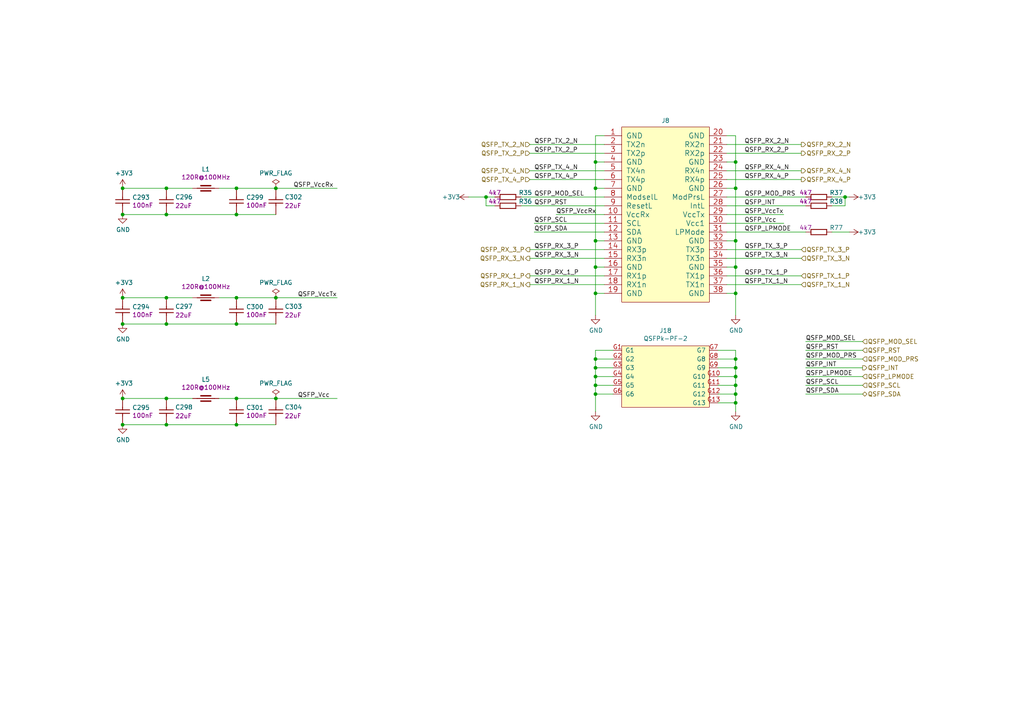
<source format=kicad_sch>
(kicad_sch (version 20211123) (generator eeschema)
  (paper "A4")
  (title_block (title "Marble") (date "2024-03-05") (rev "v1.4.2") (company "Michał Gąska / WUT"))
  (junction (at 172.72 77.47))
  (junction (at 68.58 115.57))
  (junction (at 172.72 114.3))
  (junction (at 68.58 93.98))
  (junction (at 213.36 77.47))
  (junction (at 172.72 54.61))
  (junction (at 213.36 116.84))
  (junction (at 172.72 109.22))
  (junction (at 35.56 62.23))
  (junction (at 213.36 69.85))
  (junction (at 48.26 123.19))
  (junction (at 80.01 115.57))
  (junction (at 213.36 106.68))
  (junction (at 35.56 93.98))
  (junction (at 68.58 62.23))
  (junction (at 68.58 86.36))
  (junction (at 172.72 69.85))
  (junction (at 172.72 46.99))
  (junction (at 172.72 85.09))
  (junction (at 213.36 114.3))
  (junction (at 213.36 104.14))
  (junction (at 172.72 104.14))
  (junction (at 140.97 57.15))
  (junction (at 80.01 54.61))
  (junction (at 35.56 123.19))
  (junction (at 48.26 93.98))
  (junction (at 68.58 123.19))
  (junction (at 172.72 111.76))
  (junction (at 35.56 86.36))
  (junction (at 48.26 115.57))
  (junction (at 213.36 54.61))
  (junction (at 213.36 85.09))
  (junction (at 68.58 54.61))
  (junction (at 172.72 106.68))
  (junction (at 48.26 86.36))
  (junction (at 213.36 109.22))
  (junction (at 245.11 57.15))
  (junction (at 35.56 115.57))
  (junction (at 48.26 62.23))
  (junction (at 48.26 54.61))
  (junction (at 213.36 111.76))
  (junction (at 35.56 54.61))
  (junction (at 80.01 86.36))
  (junction (at 213.36 46.99))
  (wire (pts (xy 172.72 39.37) (xy 172.72 46.99)))
  (wire (pts (xy 208.28 106.68) (xy 213.36 106.68)))
  (wire (pts (xy 250.19 101.6) (xy 233.68 101.6)))
  (wire (pts (xy 213.36 104.14) (xy 213.36 106.68)))
  (wire (pts (xy 175.26 69.85) (xy 172.72 69.85)))
  (wire (pts (xy 177.8 111.76) (xy 172.72 111.76)))
  (wire (pts (xy 250.19 114.3) (xy 233.68 114.3)))
  (wire (pts (xy 80.01 93.98) (xy 68.58 93.98)))
  (wire (pts (xy 227.33 64.77) (xy 210.82 64.77)))
  (wire (pts (xy 68.58 86.36) (xy 63.5 86.36)))
  (wire (pts (xy 153.67 52.07) (xy 175.26 52.07)))
  (wire (pts (xy 172.72 77.47) (xy 172.72 85.09)))
  (wire (pts (xy 175.26 72.39) (xy 153.67 72.39)))
  (wire (pts (xy 48.26 115.57) (xy 55.88 115.57)))
  (wire (pts (xy 68.58 62.23) (xy 48.26 62.23)))
  (wire (pts (xy 250.19 99.06) (xy 233.68 99.06)))
  (wire (pts (xy 175.26 74.93) (xy 153.67 74.93)))
  (wire (pts (xy 80.01 86.36) (xy 97.79 86.36)))
  (wire (pts (xy 140.97 57.15) (xy 143.51 57.15)))
  (wire (pts (xy 172.72 46.99) (xy 172.72 54.61)))
  (wire (pts (xy 172.72 69.85) (xy 172.72 77.47)))
  (wire (pts (xy 48.26 86.36) (xy 55.88 86.36)))
  (wire (pts (xy 175.26 85.09) (xy 172.72 85.09)))
  (wire (pts (xy 227.33 62.23) (xy 210.82 62.23)))
  (wire (pts (xy 175.26 39.37) (xy 172.72 39.37)))
  (wire (pts (xy 48.26 54.61) (xy 55.88 54.61)))
  (wire (pts (xy 232.41 72.39) (xy 210.82 72.39)))
  (wire (pts (xy 177.8 109.22) (xy 172.72 109.22)))
  (wire (pts (xy 172.72 111.76) (xy 172.72 114.3)))
  (wire (pts (xy 68.58 123.19) (xy 48.26 123.19)))
  (wire (pts (xy 68.58 115.57) (xy 63.5 115.57)))
  (wire (pts (xy 48.26 62.23) (xy 35.56 62.23)))
  (wire (pts (xy 210.82 44.45) (xy 232.41 44.45)))
  (wire (pts (xy 210.82 41.91) (xy 232.41 41.91)))
  (wire (pts (xy 210.82 57.15) (xy 233.68 57.15)))
  (wire (pts (xy 213.36 39.37) (xy 213.36 46.99)))
  (wire (pts (xy 143.51 59.69) (xy 140.97 59.69)))
  (wire (pts (xy 172.72 106.68) (xy 172.72 109.22)))
  (wire (pts (xy 80.01 115.57) (xy 97.79 115.57)))
  (wire (pts (xy 210.82 67.31) (xy 233.68 67.31)))
  (wire (pts (xy 172.72 109.22) (xy 172.72 111.76)))
  (wire (pts (xy 80.01 115.57) (xy 68.58 115.57)))
  (wire (pts (xy 250.19 104.14) (xy 233.68 104.14)))
  (wire (pts (xy 177.8 114.3) (xy 172.72 114.3)))
  (wire (pts (xy 172.72 104.14) (xy 172.72 106.68)))
  (wire (pts (xy 250.19 106.68) (xy 233.68 106.68)))
  (wire (pts (xy 153.67 44.45) (xy 175.26 44.45)))
  (wire (pts (xy 154.94 64.77) (xy 175.26 64.77)))
  (wire (pts (xy 210.82 77.47) (xy 213.36 77.47)))
  (wire (pts (xy 80.01 86.36) (xy 68.58 86.36)))
  (wire (pts (xy 135.89 57.15) (xy 140.97 57.15)))
  (wire (pts (xy 175.26 77.47) (xy 172.72 77.47)))
  (wire (pts (xy 48.26 123.19) (xy 35.56 123.19)))
  (wire (pts (xy 241.3 57.15) (xy 245.11 57.15)))
  (wire (pts (xy 175.26 54.61) (xy 172.72 54.61)))
  (wire (pts (xy 213.36 111.76) (xy 213.36 114.3)))
  (wire (pts (xy 210.82 54.61) (xy 213.36 54.61)))
  (wire (pts (xy 213.36 77.47) (xy 213.36 85.09)))
  (wire (pts (xy 154.94 67.31) (xy 175.26 67.31)))
  (wire (pts (xy 213.36 109.22) (xy 213.36 111.76)))
  (wire (pts (xy 213.36 46.99) (xy 213.36 54.61)))
  (wire (pts (xy 172.72 114.3) (xy 172.72 119.38)))
  (wire (pts (xy 80.01 54.61) (xy 68.58 54.61)))
  (wire (pts (xy 250.19 111.76) (xy 233.68 111.76)))
  (wire (pts (xy 213.36 85.09) (xy 213.36 91.44)))
  (wire (pts (xy 232.41 74.93) (xy 210.82 74.93)))
  (wire (pts (xy 68.58 93.98) (xy 48.26 93.98)))
  (wire (pts (xy 172.72 85.09) (xy 172.72 91.44)))
  (wire (pts (xy 246.38 67.31) (xy 241.3 67.31)))
  (wire (pts (xy 177.8 104.14) (xy 172.72 104.14)))
  (wire (pts (xy 213.36 114.3) (xy 213.36 116.84)))
  (wire (pts (xy 241.3 59.69) (xy 245.11 59.69)))
  (wire (pts (xy 210.82 59.69) (xy 233.68 59.69)))
  (wire (pts (xy 140.97 59.69) (xy 140.97 57.15)))
  (wire (pts (xy 208.28 116.84) (xy 213.36 116.84)))
  (wire (pts (xy 35.56 54.61) (xy 48.26 54.61)))
  (wire (pts (xy 213.36 106.68) (xy 213.36 109.22)))
  (wire (pts (xy 177.8 106.68) (xy 172.72 106.68)))
  (wire (pts (xy 175.26 80.01) (xy 153.67 80.01)))
  (wire (pts (xy 246.38 57.15) (xy 245.11 57.15)))
  (wire (pts (xy 210.82 46.99) (xy 213.36 46.99)))
  (wire (pts (xy 68.58 54.61) (xy 63.5 54.61)))
  (wire (pts (xy 175.26 82.55) (xy 153.67 82.55)))
  (wire (pts (xy 232.41 80.01) (xy 210.82 80.01)))
  (wire (pts (xy 35.56 115.57) (xy 48.26 115.57)))
  (wire (pts (xy 210.82 39.37) (xy 213.36 39.37)))
  (wire (pts (xy 250.19 109.22) (xy 233.68 109.22)))
  (wire (pts (xy 213.36 101.6) (xy 208.28 101.6)))
  (wire (pts (xy 208.28 111.76) (xy 213.36 111.76)))
  (wire (pts (xy 35.56 86.36) (xy 48.26 86.36)))
  (wire (pts (xy 210.82 49.53) (xy 232.41 49.53)))
  (wire (pts (xy 172.72 54.61) (xy 172.72 69.85)))
  (wire (pts (xy 161.29 62.23) (xy 175.26 62.23)))
  (wire (pts (xy 151.13 57.15) (xy 175.26 57.15)))
  (wire (pts (xy 210.82 52.07) (xy 232.41 52.07)))
  (wire (pts (xy 232.41 82.55) (xy 210.82 82.55)))
  (wire (pts (xy 208.28 114.3) (xy 213.36 114.3)))
  (wire (pts (xy 213.36 69.85) (xy 213.36 77.47)))
  (wire (pts (xy 172.72 101.6) (xy 172.72 104.14)))
  (wire (pts (xy 208.28 104.14) (xy 213.36 104.14)))
  (wire (pts (xy 80.01 123.19) (xy 68.58 123.19)))
  (wire (pts (xy 177.8 101.6) (xy 172.72 101.6)))
  (wire (pts (xy 245.11 59.69) (xy 245.11 57.15)))
  (wire (pts (xy 208.28 109.22) (xy 213.36 109.22)))
  (wire (pts (xy 213.36 116.84) (xy 213.36 119.38)))
  (wire (pts (xy 213.36 54.61) (xy 213.36 69.85)))
  (wire (pts (xy 153.67 49.53) (xy 175.26 49.53)))
  (wire (pts (xy 175.26 46.99) (xy 172.72 46.99)))
  (wire (pts (xy 151.13 59.69) (xy 175.26 59.69)))
  (wire (pts (xy 213.36 101.6) (xy 213.36 104.14)))
  (wire (pts (xy 210.82 85.09) (xy 213.36 85.09)))
  (wire (pts (xy 48.26 93.98) (xy 35.56 93.98)))
  (wire (pts (xy 80.01 62.23) (xy 68.58 62.23)))
  (wire (pts (xy 210.82 69.85) (xy 213.36 69.85)))
  (wire (pts (xy 80.01 54.61) (xy 97.79 54.61)))
  (wire (pts (xy 153.67 41.91) (xy 175.26 41.91)))
  (label "QSFP_RST" (at 154.94 59.69 0))
  (label "QSFP_RX_2_P" (at 215.9 44.45 0))
  (label "QSFP_TX_4_N" (at 154.94 49.53 0))
  (label "QSFP_INT" (at 215.9 59.69 0))
  (label "QSFP_RX_4_P" (at 215.9 52.07 0))
  (label "QSFP_VccTx" (at 215.9 62.23 0))
  (label "QSFP_Vcc" (at 215.9 64.77 0))
  (label "QSFP_LPMODE" (at 215.9 67.31 0))
  (label "QSFP_SCL" (at 233.68 111.76 0))
  (label "QSFP_RX_3_N" (at 154.94 74.93 0))
  (label "QSFP_SDA" (at 233.68 114.3 0))
  (label "QSFP_VccTx" (at 86.36 86.36 0))
  (label "QSFP_TX_3_P" (at 215.9 72.39 0))
  (label "QSFP_RST" (at 233.68 101.6 0))
  (label "QSFP_VccRx" (at 85.09 54.61 0))
  (label "QSFP_RX_1_N" (at 154.94 82.55 0))
  (label "QSFP_SDA" (at 154.94 67.31 0))
  (label "QSFP_MOD_PRS" (at 233.68 104.14 0))
  (label "QSFP_TX_1_P" (at 215.9 80.01 0))
  (label "QSFP_RX_1_P" (at 154.94 80.01 0))
  (label "QSFP_RX_4_N" (at 215.9 49.53 0))
  (label "QSFP_TX_1_N" (at 215.9 82.55 0))
  (label "QSFP_RX_2_N" (at 215.9 41.91 0))
  (label "QSFP_MOD_SEL" (at 154.94 57.15 0))
  (label "QSFP_RX_3_P" (at 154.94 72.39 0))
  (label "QSFP_INT" (at 233.68 106.68 0))
  (label "QSFP_LPMODE" (at 233.68 109.22 0))
  (label "QSFP_MOD_SEL" (at 233.68 99.06 0))
  (label "QSFP_TX_2_N" (at 154.94 41.91 0))
  (label "QSFP_TX_2_P" (at 154.94 44.45 0))
  (label "QSFP_TX_3_N" (at 215.9 74.93 0))
  (label "QSFP_VccRx" (at 161.29 62.23 0))
  (label "QSFP_TX_4_P" (at 154.94 52.07 0))
  (label "QSFP_Vcc" (at 86.36 115.57 0))
  (label "QSFP_SCL" (at 154.94 64.77 0))
  (label "QSFP_MOD_PRS" (at 215.9 57.15 0))
  (hierarchical_label "QSFP_TX_4_P" (shape input) (at 153.67 52.07 180))
  (hierarchical_label "QSFP_MOD_SEL" (shape input) (at 250.19 99.06 0))
  (hierarchical_label "QSFP_RX_2_N" (shape output) (at 232.41 41.91 0))
  (hierarchical_label "QSFP_RX_3_P" (shape output) (at 153.67 72.39 180))
  (hierarchical_label "QSFP_RX_3_N" (shape output) (at 153.67 74.93 180))
  (hierarchical_label "QSFP_TX_3_P" (shape input) (at 232.41 72.39 0))
  (hierarchical_label "QSFP_TX_4_N" (shape input) (at 153.67 49.53 180))
  (hierarchical_label "QSFP_MOD_PRS" (shape input) (at 250.19 104.14 0))
  (hierarchical_label "QSFP_LPMODE" (shape input) (at 250.19 109.22 0))
  (hierarchical_label "QSFP_RX_4_N" (shape output) (at 232.41 49.53 0))
  (hierarchical_label "QSFP_RX_1_N" (shape output) (at 153.67 82.55 180))
  (hierarchical_label "QSFP_TX_1_P" (shape input) (at 232.41 80.01 0))
  (hierarchical_label "QSFP_INT" (shape output) (at 250.19 106.68 0))
  (hierarchical_label "QSFP_TX_1_N" (shape input) (at 232.41 82.55 0))
  (hierarchical_label "QSFP_TX_3_N" (shape input) (at 232.41 74.93 0))
  (hierarchical_label "QSFP_RX_1_P" (shape output) (at 153.67 80.01 180))
  (hierarchical_label "QSFP_SDA" (shape bidirectional) (at 250.19 114.3 0))
  (hierarchical_label "QSFP_RST" (shape input) (at 250.19 101.6 0))
  (hierarchical_label "QSFP_TX_2_P" (shape input) (at 153.67 44.45 180))
  (hierarchical_label "QSFP_RX_2_P" (shape output) (at 232.41 44.45 0))
  (hierarchical_label "QSFP_TX_2_N" (shape input) (at 153.67 41.91 180))
  (hierarchical_label "QSFP_RX_4_P" (shape output) (at 232.41 52.07 0))
  (hierarchical_label "QSFP_SCL" (shape input) (at 250.19 111.76 0))
  (symbol (lib_name "SAMTEC_QSFP8-038-01-L-D-RA1_1") (lib_id "SAMTEC:SAMTEC_QSFP8-038-01-L-D-RA1") (at 180.34 36.83 0) (unit 1)
    (property "Reference" "J8" (at 193.04 34.9758 0))
    (property "Value" "SAMTEC_QSFP8-038-01-L-D-RA1" (effects hide))
    (property "Footprint" "SAMTEC SMD:SAMTEC_QSFP8-038-01-L-D-RA1" (effects hide))
    (property "Datasheet" " " (effects hide))
    (property "Family" "QSFP+" (effects hide))
    (property "Part Number" "SAMTEC_QSFP8-038-01-L-D-RA1" (effects hide))
    (property "Library Ref" "QSFP+x1" (effects hide))
    (property "Library Path" "SchLib\\Connectors.SchLib" (effects hide))
    (property "Comment" " " (effects hide))
    (property "Component Kind" "Standard" (effects hide))
    (property "Component Type" "Standard" (effects hide))
    (property "Device" " " (effects hide))
    (property "PackageDescription" " " (effects hide))
    (property "Pin Count" "38" (effects hide))
    (property "Case" " " (effects hide))
    (property "Footprint Path" "PcbLib\\SAMTEC SMD.PcbLib" (effects hide))
    (property "Footprint Ref" "SAMTEC_QSFP8-038-01-L-D-RA1" (effects hide))
    (property "Mounted" "Yes" (effects hide))
    (property "Socket" "No" (effects hide))
    (property "PressFit" "No" (effects hide))
    (property "Sense" "No" (effects hide))
    (property "Sense Comment" " " (effects hide))
    (property "SMD" "Yes" (effects hide))
    (property "Status Comment" " " (effects hide))
    (property "Status" "None" (effects hide))
    (property "Part Description" "Dual Row 38 positions, Pitch 0.8mm, QSFP+ Right Angle Edge Connector" (effects hide))
    (property "Manufacturer" "SAMTEC" (effects hide))
    (property "Manufacturer Part Number" "QSFP8-038-01-L-D-RA1" (effects hide))
    (property "ComponentHeight" "5.35mm" (effects hide))
    (property "ComponentLink1Description" " " (effects hide))
    (property "ComponentLink2Description" " " (effects hide))
    (property "CreateDate" "08/14/13 00:00:00" (effects hide))
    (property "LatestRevisionDate" "08/14/13 00:00:00" (effects hide))
    (property "Library Name" "Connectors.DbLib" (effects hide))
    (property "License" "This work is licensed under the Creative Commons CC-BY-SA 4.0 License. To the extent that circuit schematics that use Licensed Material can be considered to be ‘Adapted Material’, then the copyright holder waives article 3.b of the license with respect to these schematics." (effects hide))
  )
  (symbol (lib_id "power:GND") (at 35.56 62.23 0) (unit 1)
    (property "Reference" "#PWR0147" (effects hide))
    (property "Value" "GND" (at 35.687 66.6242 0))
  )
  (symbol (lib_id "power:+3V3") (at 35.56 54.61 0) (unit 1)
    (property "Reference" "#PWR0105" (effects hide))
    (property "Value" "+3V3" (at 35.941 50.2158 0))
  )
  (symbol (lib_id "Capacitors_SMD:CC0201_100NF_6.3V_10%_X5R") (at 35.56 54.61 270) (unit 1)
    (property "Reference" "C293" (at 38.354 57.2516 90) (effects (justify left)))
    (property "Value" "CC0201_100NF_6.3V_10%_X5R" (effects hide))
    (property "Footprint" "CAPC0603X33N" (effects hide))
    (property "Datasheet" "\\\\cern.ch\\dfs\\Applications\\Altium\\Datasheets\\CC0201_X5R_AVX.pdf" (effects hide))
    (property "~" "100nF" (at 38.354 59.563 90) (effects (justify left)))
    (property "Part Number" "CC0201_100NF_6.3V_10%_X5R" (effects hide))
    (property "Library Ref" "Capacitor - non polarized" (effects hide))
    (property "Library Path" "SchLib\\Capacitors.SchLib" (effects hide))
    (property "Comment" "=Value" (effects hide))
    (property "Component Kind" "Standard" (effects hide))
    (property "Component Type" "Standard" (effects hide))
    (property "Pin Count" "2" (effects hide))
    (property "Footprint Path" "PcbLib\\Capacitors SMD.PcbLib" (effects hide))
    (property "Footprint Ref" "CAPC0603X33N" (effects hide))
    (property "PackageDescription" " " (effects hide))
    (property "Val" "100nF" (effects hide))
    (property "Status" "Not Recommended" (effects hide))
    (property "Status Comment" " " (effects hide))
    (property "Voltage" "6.3V" (effects hide))
    (property "TC" "X5R" (effects hide))
    (property "Tolerance" "±10%" (effects hide))
    (property "Part Description" "SMD Multilayer Chip Ceramic Capacitor" (effects hide))
    (property "Manufacturer" "GENERIC" (effects hide))
    (property "Manufacturer Part Number" "CC0201_100NF_6.3V_10%_X5R" (effects hide))
    (property "Case" "0201" (effects hide))
    (property "Mounted" "Yes" (effects hide))
    (property "Socket" "No" (effects hide))
    (property "SMD" "Yes" (effects hide))
    (property "PressFit" " " (effects hide))
    (property "Sense" "No" (effects hide))
    (property "Sense Comment" " " (effects hide))
    (property "ComponentHeight" " " (effects hide))
    (property "Manufacturer1 Example" "AVX" (effects hide))
    (property "Manufacturer1 Part Number" "02016D104KAT2A" (effects hide))
    (property "Manufacturer1 ComponentHeight" "0.33mm" (effects hide))
    (property "CreateDate" "12/03/07 00:00:00" (effects hide))
    (property "LatestRevisionDate" "12/03/07 00:00:00" (effects hide))
    (property "Library Name" "Capacitors SMD" (effects hide))
    (property "License" "This work is licensed under the Creative Commons CC-BY-SA 4.0 License. To the extent that circuit schematics that use Licensed Material can be considered to be ‘Adapted Material’, then the copyright holder waives article 3.b of the license with respect to these schematics." (effects hide))
  )
  (symbol (lib_id "Capacitors_SMD:CC0201_100NF_6.3V_10%_X5R") (at 68.58 54.61 270) (unit 1)
    (property "Reference" "C299" (at 71.374 57.2516 90) (effects (justify left)))
    (property "Value" "CC0201_100NF_6.3V_10%_X5R" (effects hide))
    (property "Footprint" "CAPC0603X33N" (effects hide))
    (property "Datasheet" "\\\\cern.ch\\dfs\\Applications\\Altium\\Datasheets\\CC0201_X5R_AVX.pdf" (effects hide))
    (property "~" "100nF" (at 71.374 59.563 90) (effects (justify left)))
    (property "Part Number" "CC0201_100NF_6.3V_10%_X5R" (effects hide))
    (property "Library Ref" "Capacitor - non polarized" (effects hide))
    (property "Library Path" "SchLib\\Capacitors.SchLib" (effects hide))
    (property "Comment" "=Value" (effects hide))
    (property "Component Kind" "Standard" (effects hide))
    (property "Component Type" "Standard" (effects hide))
    (property "Pin Count" "2" (effects hide))
    (property "Footprint Path" "PcbLib\\Capacitors SMD.PcbLib" (effects hide))
    (property "Footprint Ref" "CAPC0603X33N" (effects hide))
    (property "PackageDescription" " " (effects hide))
    (property "Val" "100nF" (effects hide))
    (property "Status" "Not Recommended" (effects hide))
    (property "Status Comment" " " (effects hide))
    (property "Voltage" "6.3V" (effects hide))
    (property "TC" "X5R" (effects hide))
    (property "Tolerance" "±10%" (effects hide))
    (property "Part Description" "SMD Multilayer Chip Ceramic Capacitor" (effects hide))
    (property "Manufacturer" "GENERIC" (effects hide))
    (property "Manufacturer Part Number" "CC0201_100NF_6.3V_10%_X5R" (effects hide))
    (property "Case" "0201" (effects hide))
    (property "Mounted" "Yes" (effects hide))
    (property "Socket" "No" (effects hide))
    (property "SMD" "Yes" (effects hide))
    (property "PressFit" " " (effects hide))
    (property "Sense" "No" (effects hide))
    (property "Sense Comment" " " (effects hide))
    (property "ComponentHeight" " " (effects hide))
    (property "Manufacturer1 Example" "AVX" (effects hide))
    (property "Manufacturer1 Part Number" "02016D104KAT2A" (effects hide))
    (property "Manufacturer1 ComponentHeight" "0.33mm" (effects hide))
    (property "CreateDate" "12/03/07 00:00:00" (effects hide))
    (property "LatestRevisionDate" "12/03/07 00:00:00" (effects hide))
    (property "Library Name" "Capacitors SMD" (effects hide))
    (property "License" "This work is licensed under the Creative Commons CC-BY-SA 4.0 License. To the extent that circuit schematics that use Licensed Material can be considered to be ‘Adapted Material’, then the copyright holder waives article 3.b of the license with respect to these schematics." (effects hide))
  )
  (symbol (lib_id "Inductors_SMD:IND0603_MURATA_BLM18SG121TN1D") (at 55.88 54.61 0) (unit 1)
    (property "Reference" "L1" (at 59.69 49.0982 0))
    (property "Value" "IND0603_MURATA_BLM18SG121TN1D" (effects hide))
    (property "Footprint" "INDC1608X65N" (effects hide))
    (property "Datasheet" "\\\\cern.ch\\dfs\\Applications\\Altium\\Datasheets\\IND0603_MURATA_BLM18S.pdf" (effects hide))
    (property "~" "120R@100MHz" (at 59.69 51.4096 0))
    (property "Part Number" "IND0603_MURATA_BLM18SG121TN1D" (effects hide))
    (property "Library Ref" "Inductor" (effects hide))
    (property "Library Path" "SchLib\\Inductors & Transformers.SchLib" (effects hide))
    (property "Comment" "=Value" (effects hide))
    (property "Component Kind" "Standard" (effects hide))
    (property "Component Type" "Standard" (effects hide))
    (property "PackageDescription" " " (effects hide))
    (property "Pin Count" "2" (effects hide))
    (property "Footprint Path" "PcbLib\\Inductors SMD.PcbLib" (effects hide))
    (property "Footprint Ref" "INDC1608X65N" (effects hide))
    (property "Val" "120R@100MHz" (effects hide))
    (property "Status" "None" (effects hide))
    (property "Power" "3A" (effects hide))
    (property "Resistance" "0.025R" (effects hide))
    (property "Tolerance" "±25%" (effects hide))
    (property "Part Description" "SMD EMIFIL Suppression Chip Ferrite Bead" (effects hide))
    (property "Manufacturer" "MURATA" (effects hide))
    (property "Manufacturer Part Number" "BLM18SG121TN1D" (effects hide))
    (property "Case" "0603" (effects hide))
    (property "Mounted" "Yes" (effects hide))
    (property "Socket" "No" (effects hide))
    (property "SMD" "Yes" (effects hide))
    (property "Sense Comment" " " (effects hide))
    (property "Sense" "No" (effects hide))
    (property "Status Comment" " " (effects hide))
    (property "ComponentHeight" "0.65mm" (effects hide))
    (property "CreateDate" "07/23/14 00:00:00" (effects hide))
    (property "LatestRevisionDate" "07/23/14 00:00:00" (effects hide))
    (property "Library Name" "Inductors SMD" (effects hide))
    (property "License" "This work is licensed under the Creative Commons CC-BY-SA 4.0 License. To the extent that circuit schematics that use Licensed Material can be considered to be ‘Adapted Material’, then the copyright holder waives article 3.b of the license with respect to these schematics." (effects hide))
  )
  (symbol (lib_id "power:GND") (at 172.72 91.44 0) (unit 1)
    (property "Reference" "#PWR0155" (effects hide))
    (property "Value" "GND" (at 172.847 95.8342 0))
  )
  (symbol (lib_id "power:GND") (at 213.36 91.44 0) (unit 1)
    (property "Reference" "#PWR0156" (effects hide))
    (property "Value" "GND" (at 213.487 95.8342 0))
  )
  (symbol (lib_id "Resistors_SMD:R0402_4K7_1%_0.0625W_100PPM") (at 233.68 57.15 0) (unit 1)
    (property "Reference" "R37" (at 242.57 55.88 0))
    (property "Value" "R0402_4K7_1%_0.0625W_100PPM" (effects hide))
    (property "Footprint" "Resistors SMD:RESC1005X40N" (effects hide))
    (property "Datasheet" " " (effects hide))
    (property "Val" "4k7" (at 233.68 55.88 0))
    (property "Part Number" "R0402_4K7_1%_0.0625W_100PPM" (effects hide))
    (property "Library Ref" "Resistor - 1%" (effects hide))
    (property "Library Path" "SchLib\\Resistors.SchLib" (effects hide))
    (property "Comment" "4k7" (effects hide))
    (property "Component Kind" "Standard" (effects hide))
    (property "Component Type" "Standard" (effects hide))
    (property "PackageDescription" " " (effects hide))
    (property "Pin Count" "2" (effects hide))
    (property "Footprint Path" "PcbLib\\Resistors SMD.PcbLib" (effects hide))
    (property "Footprint Ref" "RESC1005X40N" (effects hide))
    (property "Status" "Not Recommended" (effects hide))
    (property "Power" "0.0625W" (effects hide))
    (property "TC" "±100ppm/°C" (effects hide))
    (property "Voltage" " " (effects hide))
    (property "Tolerance" "±1%" (effects hide))
    (property "Part Description" "General Purpose Thick Film Chip Resistor" (effects hide))
    (property "Manufacturer" "GENERIC" (effects hide))
    (property "Manufacturer Part Number" "R0402_4K7_1%_0.0625W_100PPM" (effects hide))
    (property "Case" "0402" (effects hide))
    (property "PressFit" "No" (effects hide))
    (property "Mounted" "Yes" (effects hide))
    (property "Sense Comment" " " (effects hide))
    (property "Sense" "No" (effects hide))
    (property "Status Comment" " " (effects hide))
    (property "Socket" "No" (effects hide))
    (property "SMD" "Yes" (effects hide))
    (property "ComponentHeight" " " (effects hide))
    (property "Manufacturer1 Example" "YAGEO PHYCOMP" (effects hide))
    (property "Manufacturer1 Part Number" "232270674702L" (effects hide))
    (property "Manufacturer1 ComponentHeight" "0.4mm" (effects hide))
    (property "CreateDate" "12/03/07 00:00:00" (effects hide))
    (property "LatestRevisionDate" "10/17/12 00:00:00" (effects hide))
    (property "Library Name" "Resistors SMD" (effects hide))
    (property "License" "This work is licensed under the Creative Commons CC-BY-SA 4.0 License. To the extent that circuit schematics that use Licensed Material can be considered to be ‘Adapted Material’, then the copyright holder waives article 3.b of the license with respect to these schematics." (effects hide))
  )
  (symbol (lib_id "Resistors_SMD:R0402_4K7_1%_0.0625W_100PPM") (at 233.68 59.69 0) (unit 1)
    (property "Reference" "R38" (at 242.57 58.42 0))
    (property "Value" "R0402_4K7_1%_0.0625W_100PPM" (effects hide))
    (property "Footprint" "Resistors SMD:RESC1005X40N" (effects hide))
    (property "Datasheet" " " (effects hide))
    (property "Val" "4k7" (at 233.68 58.42 0))
    (property "Part Number" "R0402_4K7_1%_0.0625W_100PPM" (effects hide))
    (property "Library Ref" "Resistor - 1%" (effects hide))
    (property "Library Path" "SchLib\\Resistors.SchLib" (effects hide))
    (property "Comment" "4k7" (effects hide))
    (property "Component Kind" "Standard" (effects hide))
    (property "Component Type" "Standard" (effects hide))
    (property "PackageDescription" " " (effects hide))
    (property "Pin Count" "2" (effects hide))
    (property "Footprint Path" "PcbLib\\Resistors SMD.PcbLib" (effects hide))
    (property "Footprint Ref" "RESC1005X40N" (effects hide))
    (property "Status" "Not Recommended" (effects hide))
    (property "Power" "0.0625W" (effects hide))
    (property "TC" "±100ppm/°C" (effects hide))
    (property "Voltage" " " (effects hide))
    (property "Tolerance" "±1%" (effects hide))
    (property "Part Description" "General Purpose Thick Film Chip Resistor" (effects hide))
    (property "Manufacturer" "GENERIC" (effects hide))
    (property "Manufacturer Part Number" "R0402_4K7_1%_0.0625W_100PPM" (effects hide))
    (property "Case" "0402" (effects hide))
    (property "PressFit" "No" (effects hide))
    (property "Mounted" "Yes" (effects hide))
    (property "Sense Comment" " " (effects hide))
    (property "Sense" "No" (effects hide))
    (property "Status Comment" " " (effects hide))
    (property "Socket" "No" (effects hide))
    (property "SMD" "Yes" (effects hide))
    (property "ComponentHeight" " " (effects hide))
    (property "Manufacturer1 Example" "YAGEO PHYCOMP" (effects hide))
    (property "Manufacturer1 Part Number" "232270674702L" (effects hide))
    (property "Manufacturer1 ComponentHeight" "0.4mm" (effects hide))
    (property "CreateDate" "12/03/07 00:00:00" (effects hide))
    (property "LatestRevisionDate" "10/17/12 00:00:00" (effects hide))
    (property "Library Name" "Resistors SMD" (effects hide))
    (property "License" "This work is licensed under the Creative Commons CC-BY-SA 4.0 License. To the extent that circuit schematics that use Licensed Material can be considered to be ‘Adapted Material’, then the copyright holder waives article 3.b of the license with respect to these schematics." (effects hide))
  )
  (symbol (lib_id "Resistors_SMD:R0402_4K7_1%_0.0625W_100PPM") (at 233.68 67.31 0) (unit 1)
    (property "Reference" "R77" (at 242.57 66.04 0))
    (property "Value" "R0402_4K7_1%_0.0625W_100PPM" (effects hide))
    (property "Footprint" "Resistors SMD:RESC1005X40N" (effects hide))
    (property "Datasheet" " " (effects hide))
    (property "Val" "4k7" (at 233.68 66.04 0))
    (property "Part Number" "R0402_4K7_1%_0.0625W_100PPM" (effects hide))
    (property "Library Ref" "Resistor - 1%" (effects hide))
    (property "Library Path" "SchLib\\Resistors.SchLib" (effects hide))
    (property "Comment" "4k7" (effects hide))
    (property "Component Kind" "Standard" (effects hide))
    (property "Component Type" "Standard" (effects hide))
    (property "PackageDescription" " " (effects hide))
    (property "Pin Count" "2" (effects hide))
    (property "Footprint Path" "PcbLib\\Resistors SMD.PcbLib" (effects hide))
    (property "Footprint Ref" "RESC1005X40N" (effects hide))
    (property "Status" "Not Recommended" (effects hide))
    (property "Power" "0.0625W" (effects hide))
    (property "TC" "±100ppm/°C" (effects hide))
    (property "Voltage" " " (effects hide))
    (property "Tolerance" "±1%" (effects hide))
    (property "Part Description" "General Purpose Thick Film Chip Resistor" (effects hide))
    (property "Manufacturer" "GENERIC" (effects hide))
    (property "Manufacturer Part Number" "R0402_4K7_1%_0.0625W_100PPM" (effects hide))
    (property "Case" "0402" (effects hide))
    (property "PressFit" "No" (effects hide))
    (property "Mounted" "Yes" (effects hide))
    (property "Sense Comment" " " (effects hide))
    (property "Sense" "No" (effects hide))
    (property "Status Comment" " " (effects hide))
    (property "Socket" "No" (effects hide))
    (property "SMD" "Yes" (effects hide))
    (property "ComponentHeight" " " (effects hide))
    (property "Manufacturer1 Example" "YAGEO PHYCOMP" (effects hide))
    (property "Manufacturer1 Part Number" "232270674702L" (effects hide))
    (property "Manufacturer1 ComponentHeight" "0.4mm" (effects hide))
    (property "CreateDate" "12/03/07 00:00:00" (effects hide))
    (property "LatestRevisionDate" "10/17/12 00:00:00" (effects hide))
    (property "Library Name" "Resistors SMD" (effects hide))
    (property "License" "This work is licensed under the Creative Commons CC-BY-SA 4.0 License. To the extent that circuit schematics that use Licensed Material can be considered to be ‘Adapted Material’, then the copyright holder waives article 3.b of the license with respect to these schematics." (effects hide))
  )
  (symbol (lib_id "Resistors_SMD:R0402_4K7_1%_0.0625W_100PPM") (at 143.51 57.15 0) (unit 1)
    (property "Reference" "R35" (at 152.4 55.88 0))
    (property "Value" "R0402_4K7_1%_0.0625W_100PPM" (effects hide))
    (property "Footprint" "Resistors SMD:RESC1005X40N" (effects hide))
    (property "Datasheet" " " (effects hide))
    (property "Val" "4k7" (at 143.51 55.88 0))
    (property "Part Number" "R0402_4K7_1%_0.0625W_100PPM" (effects hide))
    (property "Library Ref" "Resistor - 1%" (effects hide))
    (property "Library Path" "SchLib\\Resistors.SchLib" (effects hide))
    (property "Comment" "4k7" (effects hide))
    (property "Component Kind" "Standard" (effects hide))
    (property "Component Type" "Standard" (effects hide))
    (property "PackageDescription" " " (effects hide))
    (property "Pin Count" "2" (effects hide))
    (property "Footprint Path" "PcbLib\\Resistors SMD.PcbLib" (effects hide))
    (property "Footprint Ref" "RESC1005X40N" (effects hide))
    (property "Status" "Not Recommended" (effects hide))
    (property "Power" "0.0625W" (effects hide))
    (property "TC" "±100ppm/°C" (effects hide))
    (property "Voltage" " " (effects hide))
    (property "Tolerance" "±1%" (effects hide))
    (property "Part Description" "General Purpose Thick Film Chip Resistor" (effects hide))
    (property "Manufacturer" "GENERIC" (effects hide))
    (property "Manufacturer Part Number" "R0402_4K7_1%_0.0625W_100PPM" (effects hide))
    (property "Case" "0402" (effects hide))
    (property "PressFit" "No" (effects hide))
    (property "Mounted" "Yes" (effects hide))
    (property "Sense Comment" " " (effects hide))
    (property "Sense" "No" (effects hide))
    (property "Status Comment" " " (effects hide))
    (property "Socket" "No" (effects hide))
    (property "SMD" "Yes" (effects hide))
    (property "ComponentHeight" " " (effects hide))
    (property "Manufacturer1 Example" "YAGEO PHYCOMP" (effects hide))
    (property "Manufacturer1 Part Number" "232270674702L" (effects hide))
    (property "Manufacturer1 ComponentHeight" "0.4mm" (effects hide))
    (property "CreateDate" "12/03/07 00:00:00" (effects hide))
    (property "LatestRevisionDate" "10/17/12 00:00:00" (effects hide))
    (property "Library Name" "Resistors SMD" (effects hide))
    (property "License" "This work is licensed under the Creative Commons CC-BY-SA 4.0 License. To the extent that circuit schematics that use Licensed Material can be considered to be ‘Adapted Material’, then the copyright holder waives article 3.b of the license with respect to these schematics." (effects hide))
  )
  (symbol (lib_id "Resistors_SMD:R0402_4K7_1%_0.0625W_100PPM") (at 143.51 59.69 0) (unit 1)
    (property "Reference" "R36" (at 152.4 58.42 0))
    (property "Value" "R0402_4K7_1%_0.0625W_100PPM" (effects hide))
    (property "Footprint" "Resistors SMD:RESC1005X40N" (effects hide))
    (property "Datasheet" " " (effects hide))
    (property "Val" "4k7" (at 143.51 58.42 0))
    (property "Part Number" "R0402_4K7_1%_0.0625W_100PPM" (effects hide))
    (property "Library Ref" "Resistor - 1%" (effects hide))
    (property "Library Path" "SchLib\\Resistors.SchLib" (effects hide))
    (property "Comment" "4k7" (effects hide))
    (property "Component Kind" "Standard" (effects hide))
    (property "Component Type" "Standard" (effects hide))
    (property "PackageDescription" " " (effects hide))
    (property "Pin Count" "2" (effects hide))
    (property "Footprint Path" "PcbLib\\Resistors SMD.PcbLib" (effects hide))
    (property "Footprint Ref" "RESC1005X40N" (effects hide))
    (property "Status" "Not Recommended" (effects hide))
    (property "Power" "0.0625W" (effects hide))
    (property "TC" "±100ppm/°C" (effects hide))
    (property "Voltage" " " (effects hide))
    (property "Tolerance" "±1%" (effects hide))
    (property "Part Description" "General Purpose Thick Film Chip Resistor" (effects hide))
    (property "Manufacturer" "GENERIC" (effects hide))
    (property "Manufacturer Part Number" "R0402_4K7_1%_0.0625W_100PPM" (effects hide))
    (property "Case" "0402" (effects hide))
    (property "PressFit" "No" (effects hide))
    (property "Mounted" "Yes" (effects hide))
    (property "Sense Comment" " " (effects hide))
    (property "Sense" "No" (effects hide))
    (property "Status Comment" " " (effects hide))
    (property "Socket" "No" (effects hide))
    (property "SMD" "Yes" (effects hide))
    (property "ComponentHeight" " " (effects hide))
    (property "Manufacturer1 Example" "YAGEO PHYCOMP" (effects hide))
    (property "Manufacturer1 Part Number" "232270674702L" (effects hide))
    (property "Manufacturer1 ComponentHeight" "0.4mm" (effects hide))
    (property "CreateDate" "12/03/07 00:00:00" (effects hide))
    (property "LatestRevisionDate" "10/17/12 00:00:00" (effects hide))
    (property "Library Name" "Resistors SMD" (effects hide))
    (property "License" "This work is licensed under the Creative Commons CC-BY-SA 4.0 License. To the extent that circuit schematics that use Licensed Material can be considered to be ‘Adapted Material’, then the copyright holder waives article 3.b of the license with respect to these schematics." (effects hide))
  )
  (symbol (lib_id "power:+3V3") (at 135.89 57.15 90) (unit 1)
    (property "Reference" "#PWR0154" (effects hide))
    (property "Value" "+3V3" (at 130.81 57.15 90))
  )
  (symbol (lib_id "power:+3V3") (at 246.38 57.15 270) (unit 1)
    (property "Reference" "#PWR0157" (effects hide))
    (property "Value" "+3V3" (at 251.46 57.15 90))
  )
  (symbol (lib_id "power:+3V3") (at 246.38 67.31 270) (unit 1)
    (property "Reference" "#PWR0158" (effects hide))
    (property "Value" "+3V3" (at 251.46 67.31 90))
  )
  (symbol (lib_id "Capacitors_SMD:CC0603_22UF_6.3V_20%_X5R") (at 80.01 54.61 270) (unit 1)
    (property "Reference" "C302" (at 82.55 57.15 90) (effects (justify left)))
    (property "Value" "CC0603_22UF_6.3V_20%_X5R" (effects hide))
    (property "Footprint" "CAPC1709X100N" (effects hide))
    (property "Datasheet" "\\\\cern.ch\\dfs\\Applications\\Altium\\Datasheets\\CC0603_X5R_TDK_C.pdf" (effects hide))
    (property "~" "22uF" (at 82.55 59.69 90) (effects (justify left)))
    (property "Part Number" "CC0603_22UF_6.3V_20%_X5R" (effects hide))
    (property "Library Ref" "Capacitor - non polarized" (effects hide))
    (property "Library Path" "SchLib\\Capacitors.SchLib" (effects hide))
    (property "Comment" "=Value" (effects hide))
    (property "Component Kind" "Standard" (effects hide))
    (property "Component Type" "Standard" (effects hide))
    (property "Pin Count" "2" (effects hide))
    (property "Footprint Path" "PcbLib\\Capacitors SMD.PcbLib" (effects hide))
    (property "Footprint Ref" "CAPC1709X100N" (effects hide))
    (property "PackageDescription" " " (effects hide))
    (property "Val" "22uF" (effects hide))
    (property "Status" "None" (effects hide))
    (property "Status Comment" " " (effects hide))
    (property "Voltage" "6.3V" (effects hide))
    (property "TC" "X5R" (effects hide))
    (property "Tolerance" "±20%" (effects hide))
    (property "Part Description" "SMD Multilayer Chip Ceramic Capacitor" (effects hide))
    (property "Manufacturer" "GENERIC" (effects hide))
    (property "Manufacturer Part Number" "CC0603_22UF_6.3V_20%_X5R" (effects hide))
    (property "Case" "0603" (effects hide))
    (property "Mounted" "Yes" (effects hide))
    (property "Socket" "No" (effects hide))
    (property "SMD" "Yes" (effects hide))
    (property "PressFit" " " (effects hide))
    (property "Sense" "No" (effects hide))
    (property "Sense Comment" " " (effects hide))
    (property "ComponentHeight" " " (effects hide))
    (property "Manufacturer1 Example" "TDK" (effects hide))
    (property "Manufacturer1 Part Number" "C1608X5R0J226M080AC" (effects hide))
    (property "Manufacturer1 ComponentHeight" "1mm" (effects hide))
    (property "CreateDate" "12/16/13 00:00:00" (effects hide))
    (property "LatestRevisionDate" "09/13/16 00:00:00" (effects hide))
    (property "Library Name" "Capacitors SMD" (effects hide))
    (property "License" "This work is licensed under the Creative Commons CC-BY-SA 4.0 License. To the extent that circuit schematics that use Licensed Material can be considered to be ‘Adapted Material’, then the copyright holder waives article 3.b of the license with respect to these schematics." (effects hide))
  )
  (symbol (lib_id "Capacitors_SMD:CC0603_22UF_6.3V_20%_X5R") (at 48.26 54.61 270) (unit 1)
    (property "Reference" "C296" (at 50.8 57.15 90) (effects (justify left)))
    (property "Value" "CC0603_22UF_6.3V_20%_X5R" (effects hide))
    (property "Footprint" "CAPC1709X100N" (effects hide))
    (property "Datasheet" "\\\\cern.ch\\dfs\\Applications\\Altium\\Datasheets\\CC0603_X5R_TDK_C.pdf" (effects hide))
    (property "~" "22uF" (at 50.8 59.69 90) (effects (justify left)))
    (property "Part Number" "CC0603_22UF_6.3V_20%_X5R" (effects hide))
    (property "Library Ref" "Capacitor - non polarized" (effects hide))
    (property "Library Path" "SchLib\\Capacitors.SchLib" (effects hide))
    (property "Comment" "=Value" (effects hide))
    (property "Component Kind" "Standard" (effects hide))
    (property "Component Type" "Standard" (effects hide))
    (property "Pin Count" "2" (effects hide))
    (property "Footprint Path" "PcbLib\\Capacitors SMD.PcbLib" (effects hide))
    (property "Footprint Ref" "CAPC1709X100N" (effects hide))
    (property "PackageDescription" " " (effects hide))
    (property "Val" "22uF" (effects hide))
    (property "Status" "None" (effects hide))
    (property "Status Comment" " " (effects hide))
    (property "Voltage" "6.3V" (effects hide))
    (property "TC" "X5R" (effects hide))
    (property "Tolerance" "±20%" (effects hide))
    (property "Part Description" "SMD Multilayer Chip Ceramic Capacitor" (effects hide))
    (property "Manufacturer" "GENERIC" (effects hide))
    (property "Manufacturer Part Number" "CC0603_22UF_6.3V_20%_X5R" (effects hide))
    (property "Case" "0603" (effects hide))
    (property "Mounted" "Yes" (effects hide))
    (property "Socket" "No" (effects hide))
    (property "SMD" "Yes" (effects hide))
    (property "PressFit" " " (effects hide))
    (property "Sense" "No" (effects hide))
    (property "Sense Comment" " " (effects hide))
    (property "ComponentHeight" " " (effects hide))
    (property "Manufacturer1 Example" "TDK" (effects hide))
    (property "Manufacturer1 Part Number" "C1608X5R0J226M080AC" (effects hide))
    (property "Manufacturer1 ComponentHeight" "1mm" (effects hide))
    (property "CreateDate" "12/16/13 00:00:00" (effects hide))
    (property "LatestRevisionDate" "09/13/16 00:00:00" (effects hide))
    (property "Library Name" "Capacitors SMD" (effects hide))
    (property "License" "This work is licensed under the Creative Commons CC-BY-SA 4.0 License. To the extent that circuit schematics that use Licensed Material can be considered to be ‘Adapted Material’, then the copyright holder waives article 3.b of the license with respect to these schematics." (effects hide))
  )
  (symbol (lib_id "power:PWR_FLAG") (at 80.01 54.61 0) (unit 1)
    (property "Reference" "#FLG04" (effects hide))
    (property "Value" "PWR_FLAG" (at 80.01 50.2158 0))
    (property "Datasheet" " " (effects hide))
  )
  (symbol (lib_id "power:GND") (at 35.56 93.98 0) (unit 1)
    (property "Reference" "#PWR0150" (effects hide))
    (property "Value" "GND" (at 35.687 98.3742 0))
  )
  (symbol (lib_id "power:+3V3") (at 35.56 86.36 0) (unit 1)
    (property "Reference" "#PWR0148" (effects hide))
    (property "Value" "+3V3" (at 35.941 81.9658 0))
  )
  (symbol (lib_id "Capacitors_SMD:CC0201_100NF_6.3V_10%_X5R") (at 35.56 86.36 270) (unit 1)
    (property "Reference" "C294" (at 38.354 89.0016 90) (effects (justify left)))
    (property "Value" "CC0201_100NF_6.3V_10%_X5R" (effects hide))
    (property "Footprint" "CAPC0603X33N" (effects hide))
    (property "Datasheet" "\\\\cern.ch\\dfs\\Applications\\Altium\\Datasheets\\CC0201_X5R_AVX.pdf" (effects hide))
    (property "~" "100nF" (at 38.354 91.313 90) (effects (justify left)))
    (property "Part Number" "CC0201_100NF_6.3V_10%_X5R" (effects hide))
    (property "Library Ref" "Capacitor - non polarized" (effects hide))
    (property "Library Path" "SchLib\\Capacitors.SchLib" (effects hide))
    (property "Comment" "=Value" (effects hide))
    (property "Component Kind" "Standard" (effects hide))
    (property "Component Type" "Standard" (effects hide))
    (property "Pin Count" "2" (effects hide))
    (property "Footprint Path" "PcbLib\\Capacitors SMD.PcbLib" (effects hide))
    (property "Footprint Ref" "CAPC0603X33N" (effects hide))
    (property "PackageDescription" " " (effects hide))
    (property "Val" "100nF" (effects hide))
    (property "Status" "Not Recommended" (effects hide))
    (property "Status Comment" " " (effects hide))
    (property "Voltage" "6.3V" (effects hide))
    (property "TC" "X5R" (effects hide))
    (property "Tolerance" "±10%" (effects hide))
    (property "Part Description" "SMD Multilayer Chip Ceramic Capacitor" (effects hide))
    (property "Manufacturer" "GENERIC" (effects hide))
    (property "Manufacturer Part Number" "CC0201_100NF_6.3V_10%_X5R" (effects hide))
    (property "Case" "0201" (effects hide))
    (property "Mounted" "Yes" (effects hide))
    (property "Socket" "No" (effects hide))
    (property "SMD" "Yes" (effects hide))
    (property "PressFit" " " (effects hide))
    (property "Sense" "No" (effects hide))
    (property "Sense Comment" " " (effects hide))
    (property "ComponentHeight" " " (effects hide))
    (property "Manufacturer1 Example" "AVX" (effects hide))
    (property "Manufacturer1 Part Number" "02016D104KAT2A" (effects hide))
    (property "Manufacturer1 ComponentHeight" "0.33mm" (effects hide))
    (property "CreateDate" "12/03/07 00:00:00" (effects hide))
    (property "LatestRevisionDate" "12/03/07 00:00:00" (effects hide))
    (property "Library Name" "Capacitors SMD" (effects hide))
    (property "License" "This work is licensed under the Creative Commons CC-BY-SA 4.0 License. To the extent that circuit schematics that use Licensed Material can be considered to be ‘Adapted Material’, then the copyright holder waives article 3.b of the license with respect to these schematics." (effects hide))
  )
  (symbol (lib_id "Capacitors_SMD:CC0201_100NF_6.3V_10%_X5R") (at 68.58 86.36 270) (unit 1)
    (property "Reference" "C300" (at 71.374 89.0016 90) (effects (justify left)))
    (property "Value" "CC0201_100NF_6.3V_10%_X5R" (effects hide))
    (property "Footprint" "CAPC0603X33N" (effects hide))
    (property "Datasheet" "\\\\cern.ch\\dfs\\Applications\\Altium\\Datasheets\\CC0201_X5R_AVX.pdf" (effects hide))
    (property "~" "100nF" (at 71.374 91.313 90) (effects (justify left)))
    (property "Part Number" "CC0201_100NF_6.3V_10%_X5R" (effects hide))
    (property "Library Ref" "Capacitor - non polarized" (effects hide))
    (property "Library Path" "SchLib\\Capacitors.SchLib" (effects hide))
    (property "Comment" "=Value" (effects hide))
    (property "Component Kind" "Standard" (effects hide))
    (property "Component Type" "Standard" (effects hide))
    (property "Pin Count" "2" (effects hide))
    (property "Footprint Path" "PcbLib\\Capacitors SMD.PcbLib" (effects hide))
    (property "Footprint Ref" "CAPC0603X33N" (effects hide))
    (property "PackageDescription" " " (effects hide))
    (property "Val" "100nF" (effects hide))
    (property "Status" "Not Recommended" (effects hide))
    (property "Status Comment" " " (effects hide))
    (property "Voltage" "6.3V" (effects hide))
    (property "TC" "X5R" (effects hide))
    (property "Tolerance" "±10%" (effects hide))
    (property "Part Description" "SMD Multilayer Chip Ceramic Capacitor" (effects hide))
    (property "Manufacturer" "GENERIC" (effects hide))
    (property "Manufacturer Part Number" "CC0201_100NF_6.3V_10%_X5R" (effects hide))
    (property "Case" "0201" (effects hide))
    (property "Mounted" "Yes" (effects hide))
    (property "Socket" "No" (effects hide))
    (property "SMD" "Yes" (effects hide))
    (property "PressFit" " " (effects hide))
    (property "Sense" "No" (effects hide))
    (property "Sense Comment" " " (effects hide))
    (property "ComponentHeight" " " (effects hide))
    (property "Manufacturer1 Example" "AVX" (effects hide))
    (property "Manufacturer1 Part Number" "02016D104KAT2A" (effects hide))
    (property "Manufacturer1 ComponentHeight" "0.33mm" (effects hide))
    (property "CreateDate" "12/03/07 00:00:00" (effects hide))
    (property "LatestRevisionDate" "12/03/07 00:00:00" (effects hide))
    (property "Library Name" "Capacitors SMD" (effects hide))
    (property "License" "This work is licensed under the Creative Commons CC-BY-SA 4.0 License. To the extent that circuit schematics that use Licensed Material can be considered to be ‘Adapted Material’, then the copyright holder waives article 3.b of the license with respect to these schematics." (effects hide))
  )
  (symbol (lib_id "Inductors_SMD:IND0603_MURATA_BLM18SG121TN1D") (at 55.88 86.36 0) (unit 1)
    (property "Reference" "L2" (at 59.69 80.8482 0))
    (property "Value" "IND0603_MURATA_BLM18SG121TN1D" (effects hide))
    (property "Footprint" "INDC1608X65N" (effects hide))
    (property "Datasheet" "\\\\cern.ch\\dfs\\Applications\\Altium\\Datasheets\\IND0603_MURATA_BLM18S.pdf" (effects hide))
    (property "~" "120R@100MHz" (at 59.69 83.1596 0))
    (property "Part Number" "IND0603_MURATA_BLM18SG121TN1D" (effects hide))
    (property "Library Ref" "Inductor" (effects hide))
    (property "Library Path" "SchLib\\Inductors & Transformers.SchLib" (effects hide))
    (property "Comment" "=Value" (effects hide))
    (property "Component Kind" "Standard" (effects hide))
    (property "Component Type" "Standard" (effects hide))
    (property "PackageDescription" " " (effects hide))
    (property "Pin Count" "2" (effects hide))
    (property "Footprint Path" "PcbLib\\Inductors SMD.PcbLib" (effects hide))
    (property "Footprint Ref" "INDC1608X65N" (effects hide))
    (property "Val" "120R@100MHz" (effects hide))
    (property "Status" "None" (effects hide))
    (property "Power" "3A" (effects hide))
    (property "Resistance" "0.025R" (effects hide))
    (property "Tolerance" "±25%" (effects hide))
    (property "Part Description" "SMD EMIFIL Suppression Chip Ferrite Bead" (effects hide))
    (property "Manufacturer" "MURATA" (effects hide))
    (property "Manufacturer Part Number" "BLM18SG121TN1D" (effects hide))
    (property "Case" "0603" (effects hide))
    (property "Mounted" "Yes" (effects hide))
    (property "Socket" "No" (effects hide))
    (property "SMD" "Yes" (effects hide))
    (property "Sense Comment" " " (effects hide))
    (property "Sense" "No" (effects hide))
    (property "Status Comment" " " (effects hide))
    (property "ComponentHeight" "0.65mm" (effects hide))
    (property "CreateDate" "07/23/14 00:00:00" (effects hide))
    (property "LatestRevisionDate" "07/23/14 00:00:00" (effects hide))
    (property "Library Name" "Inductors SMD" (effects hide))
    (property "License" "This work is licensed under the Creative Commons CC-BY-SA 4.0 License. To the extent that circuit schematics that use Licensed Material can be considered to be ‘Adapted Material’, then the copyright holder waives article 3.b of the license with respect to these schematics." (effects hide))
  )
  (symbol (lib_id "Capacitors_SMD:CC0603_22UF_6.3V_20%_X5R") (at 80.01 86.36 270) (unit 1)
    (property "Reference" "C303" (at 82.55 88.9 90) (effects (justify left)))
    (property "Value" "CC0603_22UF_6.3V_20%_X5R" (effects hide))
    (property "Footprint" "CAPC1709X100N" (effects hide))
    (property "Datasheet" "\\\\cern.ch\\dfs\\Applications\\Altium\\Datasheets\\CC0603_X5R_TDK_C.pdf" (effects hide))
    (property "~" "22uF" (at 82.55 91.44 90) (effects (justify left)))
    (property "Part Number" "CC0603_22UF_6.3V_20%_X5R" (effects hide))
    (property "Library Ref" "Capacitor - non polarized" (effects hide))
    (property "Library Path" "SchLib\\Capacitors.SchLib" (effects hide))
    (property "Comment" "=Value" (effects hide))
    (property "Component Kind" "Standard" (effects hide))
    (property "Component Type" "Standard" (effects hide))
    (property "Pin Count" "2" (effects hide))
    (property "Footprint Path" "PcbLib\\Capacitors SMD.PcbLib" (effects hide))
    (property "Footprint Ref" "CAPC1709X100N" (effects hide))
    (property "PackageDescription" " " (effects hide))
    (property "Val" "22uF" (effects hide))
    (property "Status" "None" (effects hide))
    (property "Status Comment" " " (effects hide))
    (property "Voltage" "6.3V" (effects hide))
    (property "TC" "X5R" (effects hide))
    (property "Tolerance" "±20%" (effects hide))
    (property "Part Description" "SMD Multilayer Chip Ceramic Capacitor" (effects hide))
    (property "Manufacturer" "GENERIC" (effects hide))
    (property "Manufacturer Part Number" "CC0603_22UF_6.3V_20%_X5R" (effects hide))
    (property "Case" "0603" (effects hide))
    (property "Mounted" "Yes" (effects hide))
    (property "Socket" "No" (effects hide))
    (property "SMD" "Yes" (effects hide))
    (property "PressFit" " " (effects hide))
    (property "Sense" "No" (effects hide))
    (property "Sense Comment" " " (effects hide))
    (property "ComponentHeight" " " (effects hide))
    (property "Manufacturer1 Example" "TDK" (effects hide))
    (property "Manufacturer1 Part Number" "C1608X5R0J226M080AC" (effects hide))
    (property "Manufacturer1 ComponentHeight" "1mm" (effects hide))
    (property "CreateDate" "12/16/13 00:00:00" (effects hide))
    (property "LatestRevisionDate" "09/13/16 00:00:00" (effects hide))
    (property "Library Name" "Capacitors SMD" (effects hide))
    (property "License" "This work is licensed under the Creative Commons CC-BY-SA 4.0 License. To the extent that circuit schematics that use Licensed Material can be considered to be ‘Adapted Material’, then the copyright holder waives article 3.b of the license with respect to these schematics." (effects hide))
  )
  (symbol (lib_id "Capacitors_SMD:CC0603_22UF_6.3V_20%_X5R") (at 48.26 86.36 270) (unit 1)
    (property "Reference" "C297" (at 50.8 88.9 90) (effects (justify left)))
    (property "Value" "CC0603_22UF_6.3V_20%_X5R" (effects hide))
    (property "Footprint" "CAPC1709X100N" (effects hide))
    (property "Datasheet" "\\\\cern.ch\\dfs\\Applications\\Altium\\Datasheets\\CC0603_X5R_TDK_C.pdf" (effects hide))
    (property "~" "22uF" (at 50.8 91.44 90) (effects (justify left)))
    (property "Part Number" "CC0603_22UF_6.3V_20%_X5R" (effects hide))
    (property "Library Ref" "Capacitor - non polarized" (effects hide))
    (property "Library Path" "SchLib\\Capacitors.SchLib" (effects hide))
    (property "Comment" "=Value" (effects hide))
    (property "Component Kind" "Standard" (effects hide))
    (property "Component Type" "Standard" (effects hide))
    (property "Pin Count" "2" (effects hide))
    (property "Footprint Path" "PcbLib\\Capacitors SMD.PcbLib" (effects hide))
    (property "Footprint Ref" "CAPC1709X100N" (effects hide))
    (property "PackageDescription" " " (effects hide))
    (property "Val" "22uF" (effects hide))
    (property "Status" "None" (effects hide))
    (property "Status Comment" " " (effects hide))
    (property "Voltage" "6.3V" (effects hide))
    (property "TC" "X5R" (effects hide))
    (property "Tolerance" "±20%" (effects hide))
    (property "Part Description" "SMD Multilayer Chip Ceramic Capacitor" (effects hide))
    (property "Manufacturer" "GENERIC" (effects hide))
    (property "Manufacturer Part Number" "CC0603_22UF_6.3V_20%_X5R" (effects hide))
    (property "Case" "0603" (effects hide))
    (property "Mounted" "Yes" (effects hide))
    (property "Socket" "No" (effects hide))
    (property "SMD" "Yes" (effects hide))
    (property "PressFit" " " (effects hide))
    (property "Sense" "No" (effects hide))
    (property "Sense Comment" " " (effects hide))
    (property "ComponentHeight" " " (effects hide))
    (property "Manufacturer1 Example" "TDK" (effects hide))
    (property "Manufacturer1 Part Number" "C1608X5R0J226M080AC" (effects hide))
    (property "Manufacturer1 ComponentHeight" "1mm" (effects hide))
    (property "CreateDate" "12/16/13 00:00:00" (effects hide))
    (property "LatestRevisionDate" "09/13/16 00:00:00" (effects hide))
    (property "Library Name" "Capacitors SMD" (effects hide))
    (property "License" "This work is licensed under the Creative Commons CC-BY-SA 4.0 License. To the extent that circuit schematics that use Licensed Material can be considered to be ‘Adapted Material’, then the copyright holder waives article 3.b of the license with respect to these schematics." (effects hide))
  )
  (symbol (lib_id "power:PWR_FLAG") (at 80.01 86.36 0) (unit 1)
    (property "Reference" "#FLG05" (effects hide))
    (property "Value" "PWR_FLAG" (at 80.01 81.9658 0))
    (property "Datasheet" " " (effects hide))
  )
  (symbol (lib_id "power:GND") (at 35.56 123.19 0) (unit 1)
    (property "Reference" "#PWR0152" (effects hide))
    (property "Value" "GND" (at 35.687 127.5842 0))
  )
  (symbol (lib_id "power:+3V3") (at 35.56 115.57 0) (unit 1)
    (property "Reference" "#PWR0151" (effects hide))
    (property "Value" "+3V3" (at 35.941 111.1758 0))
  )
  (symbol (lib_id "Capacitors_SMD:CC0201_100NF_6.3V_10%_X5R") (at 35.56 115.57 270) (unit 1)
    (property "Reference" "C295" (at 38.354 118.2116 90) (effects (justify left)))
    (property "Value" "CC0201_100NF_6.3V_10%_X5R" (effects hide))
    (property "Footprint" "CAPC0603X33N" (effects hide))
    (property "Datasheet" "\\\\cern.ch\\dfs\\Applications\\Altium\\Datasheets\\CC0201_X5R_AVX.pdf" (effects hide))
    (property "~" "100nF" (at 38.354 120.523 90) (effects (justify left)))
    (property "Part Number" "CC0201_100NF_6.3V_10%_X5R" (effects hide))
    (property "Library Ref" "Capacitor - non polarized" (effects hide))
    (property "Library Path" "SchLib\\Capacitors.SchLib" (effects hide))
    (property "Comment" "=Value" (effects hide))
    (property "Component Kind" "Standard" (effects hide))
    (property "Component Type" "Standard" (effects hide))
    (property "Pin Count" "2" (effects hide))
    (property "Footprint Path" "PcbLib\\Capacitors SMD.PcbLib" (effects hide))
    (property "Footprint Ref" "CAPC0603X33N" (effects hide))
    (property "PackageDescription" " " (effects hide))
    (property "Val" "100nF" (effects hide))
    (property "Status" "Not Recommended" (effects hide))
    (property "Status Comment" " " (effects hide))
    (property "Voltage" "6.3V" (effects hide))
    (property "TC" "X5R" (effects hide))
    (property "Tolerance" "±10%" (effects hide))
    (property "Part Description" "SMD Multilayer Chip Ceramic Capacitor" (effects hide))
    (property "Manufacturer" "GENERIC" (effects hide))
    (property "Manufacturer Part Number" "CC0201_100NF_6.3V_10%_X5R" (effects hide))
    (property "Case" "0201" (effects hide))
    (property "Mounted" "Yes" (effects hide))
    (property "Socket" "No" (effects hide))
    (property "SMD" "Yes" (effects hide))
    (property "PressFit" " " (effects hide))
    (property "Sense" "No" (effects hide))
    (property "Sense Comment" " " (effects hide))
    (property "ComponentHeight" " " (effects hide))
    (property "Manufacturer1 Example" "AVX" (effects hide))
    (property "Manufacturer1 Part Number" "02016D104KAT2A" (effects hide))
    (property "Manufacturer1 ComponentHeight" "0.33mm" (effects hide))
    (property "CreateDate" "12/03/07 00:00:00" (effects hide))
    (property "LatestRevisionDate" "12/03/07 00:00:00" (effects hide))
    (property "Library Name" "Capacitors SMD" (effects hide))
    (property "License" "This work is licensed under the Creative Commons CC-BY-SA 4.0 License. To the extent that circuit schematics that use Licensed Material can be considered to be ‘Adapted Material’, then the copyright holder waives article 3.b of the license with respect to these schematics." (effects hide))
  )
  (symbol (lib_id "Capacitors_SMD:CC0201_100NF_6.3V_10%_X5R") (at 68.58 115.57 270) (unit 1)
    (property "Reference" "C301" (at 71.374 118.2116 90) (effects (justify left)))
    (property "Value" "CC0201_100NF_6.3V_10%_X5R" (effects hide))
    (property "Footprint" "CAPC0603X33N" (effects hide))
    (property "Datasheet" "\\\\cern.ch\\dfs\\Applications\\Altium\\Datasheets\\CC0201_X5R_AVX.pdf" (effects hide))
    (property "~" "100nF" (at 71.374 120.523 90) (effects (justify left)))
    (property "Part Number" "CC0201_100NF_6.3V_10%_X5R" (effects hide))
    (property "Library Ref" "Capacitor - non polarized" (effects hide))
    (property "Library Path" "SchLib\\Capacitors.SchLib" (effects hide))
    (property "Comment" "=Value" (effects hide))
    (property "Component Kind" "Standard" (effects hide))
    (property "Component Type" "Standard" (effects hide))
    (property "Pin Count" "2" (effects hide))
    (property "Footprint Path" "PcbLib\\Capacitors SMD.PcbLib" (effects hide))
    (property "Footprint Ref" "CAPC0603X33N" (effects hide))
    (property "PackageDescription" " " (effects hide))
    (property "Val" "100nF" (effects hide))
    (property "Status" "Not Recommended" (effects hide))
    (property "Status Comment" " " (effects hide))
    (property "Voltage" "6.3V" (effects hide))
    (property "TC" "X5R" (effects hide))
    (property "Tolerance" "±10%" (effects hide))
    (property "Part Description" "SMD Multilayer Chip Ceramic Capacitor" (effects hide))
    (property "Manufacturer" "GENERIC" (effects hide))
    (property "Manufacturer Part Number" "CC0201_100NF_6.3V_10%_X5R" (effects hide))
    (property "Case" "0201" (effects hide))
    (property "Mounted" "Yes" (effects hide))
    (property "Socket" "No" (effects hide))
    (property "SMD" "Yes" (effects hide))
    (property "PressFit" " " (effects hide))
    (property "Sense" "No" (effects hide))
    (property "Sense Comment" " " (effects hide))
    (property "ComponentHeight" " " (effects hide))
    (property "Manufacturer1 Example" "AVX" (effects hide))
    (property "Manufacturer1 Part Number" "02016D104KAT2A" (effects hide))
    (property "Manufacturer1 ComponentHeight" "0.33mm" (effects hide))
    (property "CreateDate" "12/03/07 00:00:00" (effects hide))
    (property "LatestRevisionDate" "12/03/07 00:00:00" (effects hide))
    (property "Library Name" "Capacitors SMD" (effects hide))
    (property "License" "This work is licensed under the Creative Commons CC-BY-SA 4.0 License. To the extent that circuit schematics that use Licensed Material can be considered to be ‘Adapted Material’, then the copyright holder waives article 3.b of the license with respect to these schematics." (effects hide))
  )
  (symbol (lib_id "Inductors_SMD:IND0603_MURATA_BLM18SG121TN1D") (at 55.88 115.57 0) (unit 1)
    (property "Reference" "L5" (at 59.69 110.0582 0))
    (property "Value" "IND0603_MURATA_BLM18SG121TN1D" (effects hide))
    (property "Footprint" "INDC1608X65N" (effects hide))
    (property "Datasheet" "\\\\cern.ch\\dfs\\Applications\\Altium\\Datasheets\\IND0603_MURATA_BLM18S.pdf" (effects hide))
    (property "~" "120R@100MHz" (at 59.69 112.3696 0))
    (property "Part Number" "IND0603_MURATA_BLM18SG121TN1D" (effects hide))
    (property "Library Ref" "Inductor" (effects hide))
    (property "Library Path" "SchLib\\Inductors & Transformers.SchLib" (effects hide))
    (property "Comment" "=Value" (effects hide))
    (property "Component Kind" "Standard" (effects hide))
    (property "Component Type" "Standard" (effects hide))
    (property "PackageDescription" " " (effects hide))
    (property "Pin Count" "2" (effects hide))
    (property "Footprint Path" "PcbLib\\Inductors SMD.PcbLib" (effects hide))
    (property "Footprint Ref" "INDC1608X65N" (effects hide))
    (property "Val" "120R@100MHz" (effects hide))
    (property "Status" "None" (effects hide))
    (property "Power" "3A" (effects hide))
    (property "Resistance" "0.025R" (effects hide))
    (property "Tolerance" "±25%" (effects hide))
    (property "Part Description" "SMD EMIFIL Suppression Chip Ferrite Bead" (effects hide))
    (property "Manufacturer" "MURATA" (effects hide))
    (property "Manufacturer Part Number" "BLM18SG121TN1D" (effects hide))
    (property "Case" "0603" (effects hide))
    (property "Mounted" "Yes" (effects hide))
    (property "Socket" "No" (effects hide))
    (property "SMD" "Yes" (effects hide))
    (property "Sense Comment" " " (effects hide))
    (property "Sense" "No" (effects hide))
    (property "Status Comment" " " (effects hide))
    (property "ComponentHeight" "0.65mm" (effects hide))
    (property "CreateDate" "07/23/14 00:00:00" (effects hide))
    (property "LatestRevisionDate" "07/23/14 00:00:00" (effects hide))
    (property "Library Name" "Inductors SMD" (effects hide))
    (property "License" "This work is licensed under the Creative Commons CC-BY-SA 4.0 License. To the extent that circuit schematics that use Licensed Material can be considered to be ‘Adapted Material’, then the copyright holder waives article 3.b of the license with respect to these schematics." (effects hide))
  )
  (symbol (lib_id "Capacitors_SMD:CC0603_22UF_6.3V_20%_X5R") (at 80.01 115.57 270) (unit 1)
    (property "Reference" "C304" (at 82.55 118.11 90) (effects (justify left)))
    (property "Value" "CC0603_22UF_6.3V_20%_X5R" (effects hide))
    (property "Footprint" "CAPC1709X100N" (effects hide))
    (property "Datasheet" "\\\\cern.ch\\dfs\\Applications\\Altium\\Datasheets\\CC0603_X5R_TDK_C.pdf" (effects hide))
    (property "~" "22uF" (at 82.55 120.65 90) (effects (justify left)))
    (property "Part Number" "CC0603_22UF_6.3V_20%_X5R" (effects hide))
    (property "Library Ref" "Capacitor - non polarized" (effects hide))
    (property "Library Path" "SchLib\\Capacitors.SchLib" (effects hide))
    (property "Comment" "=Value" (effects hide))
    (property "Component Kind" "Standard" (effects hide))
    (property "Component Type" "Standard" (effects hide))
    (property "Pin Count" "2" (effects hide))
    (property "Footprint Path" "PcbLib\\Capacitors SMD.PcbLib" (effects hide))
    (property "Footprint Ref" "CAPC1709X100N" (effects hide))
    (property "PackageDescription" " " (effects hide))
    (property "Val" "22uF" (effects hide))
    (property "Status" "None" (effects hide))
    (property "Status Comment" " " (effects hide))
    (property "Voltage" "6.3V" (effects hide))
    (property "TC" "X5R" (effects hide))
    (property "Tolerance" "±20%" (effects hide))
    (property "Part Description" "SMD Multilayer Chip Ceramic Capacitor" (effects hide))
    (property "Manufacturer" "GENERIC" (effects hide))
    (property "Manufacturer Part Number" "CC0603_22UF_6.3V_20%_X5R" (effects hide))
    (property "Case" "0603" (effects hide))
    (property "Mounted" "Yes" (effects hide))
    (property "Socket" "No" (effects hide))
    (property "SMD" "Yes" (effects hide))
    (property "PressFit" " " (effects hide))
    (property "Sense" "No" (effects hide))
    (property "Sense Comment" " " (effects hide))
    (property "ComponentHeight" " " (effects hide))
    (property "Manufacturer1 Example" "TDK" (effects hide))
    (property "Manufacturer1 Part Number" "C1608X5R0J226M080AC" (effects hide))
    (property "Manufacturer1 ComponentHeight" "1mm" (effects hide))
    (property "CreateDate" "12/16/13 00:00:00" (effects hide))
    (property "LatestRevisionDate" "09/13/16 00:00:00" (effects hide))
    (property "Library Name" "Capacitors SMD" (effects hide))
    (property "License" "This work is licensed under the Creative Commons CC-BY-SA 4.0 License. To the extent that circuit schematics that use Licensed Material can be considered to be ‘Adapted Material’, then the copyright holder waives article 3.b of the license with respect to these schematics." (effects hide))
  )
  (symbol (lib_id "Capacitors_SMD:CC0603_22UF_6.3V_20%_X5R") (at 48.26 115.57 270) (unit 1)
    (property "Reference" "C298" (at 50.8 118.11 90) (effects (justify left)))
    (property "Value" "CC0603_22UF_6.3V_20%_X5R" (effects hide))
    (property "Footprint" "CAPC1709X100N" (effects hide))
    (property "Datasheet" "\\\\cern.ch\\dfs\\Applications\\Altium\\Datasheets\\CC0603_X5R_TDK_C.pdf" (effects hide))
    (property "~" "22uF" (at 50.8 120.65 90) (effects (justify left)))
    (property "Part Number" "CC0603_22UF_6.3V_20%_X5R" (effects hide))
    (property "Library Ref" "Capacitor - non polarized" (effects hide))
    (property "Library Path" "SchLib\\Capacitors.SchLib" (effects hide))
    (property "Comment" "=Value" (effects hide))
    (property "Component Kind" "Standard" (effects hide))
    (property "Component Type" "Standard" (effects hide))
    (property "Pin Count" "2" (effects hide))
    (property "Footprint Path" "PcbLib\\Capacitors SMD.PcbLib" (effects hide))
    (property "Footprint Ref" "CAPC1709X100N" (effects hide))
    (property "PackageDescription" " " (effects hide))
    (property "Val" "22uF" (effects hide))
    (property "Status" "None" (effects hide))
    (property "Status Comment" " " (effects hide))
    (property "Voltage" "6.3V" (effects hide))
    (property "TC" "X5R" (effects hide))
    (property "Tolerance" "±20%" (effects hide))
    (property "Part Description" "SMD Multilayer Chip Ceramic Capacitor" (effects hide))
    (property "Manufacturer" "GENERIC" (effects hide))
    (property "Manufacturer Part Number" "CC0603_22UF_6.3V_20%_X5R" (effects hide))
    (property "Case" "0603" (effects hide))
    (property "Mounted" "Yes" (effects hide))
    (property "Socket" "No" (effects hide))
    (property "SMD" "Yes" (effects hide))
    (property "PressFit" " " (effects hide))
    (property "Sense" "No" (effects hide))
    (property "Sense Comment" " " (effects hide))
    (property "ComponentHeight" " " (effects hide))
    (property "Manufacturer1 Example" "TDK" (effects hide))
    (property "Manufacturer1 Part Number" "C1608X5R0J226M080AC" (effects hide))
    (property "Manufacturer1 ComponentHeight" "1mm" (effects hide))
    (property "CreateDate" "12/16/13 00:00:00" (effects hide))
    (property "LatestRevisionDate" "09/13/16 00:00:00" (effects hide))
    (property "Library Name" "Capacitors SMD" (effects hide))
    (property "License" "This work is licensed under the Creative Commons CC-BY-SA 4.0 License. To the extent that circuit schematics that use Licensed Material can be considered to be ‘Adapted Material’, then the copyright holder waives article 3.b of the license with respect to these schematics." (effects hide))
  )
  (symbol (lib_id "power:PWR_FLAG") (at 80.01 115.57 0) (unit 1)
    (property "Reference" "#FLG06" (effects hide))
    (property "Value" "PWR_FLAG" (at 80.01 111.1758 0))
    (property "Datasheet" " " (effects hide))
  )
  (symbol (lib_id "power:GND") (at 213.36 119.38 0) (unit 1)
    (property "Reference" "#PWR0806" (effects hide))
    (property "Value" "GND" (at 213.487 123.7742 0))
  )
  (symbol (lib_id "power:GND") (at 172.72 119.38 0) (unit 1)
    (property "Reference" "#PWR0807" (effects hide))
    (property "Value" "GND" (at 172.847 123.7742 0))
  )
  (symbol (lib_id "Miscellaneous:QSFPk-PF-2") (at 177.8 99.06 0) (unit 1)
    (property "Reference" "J18" (at 193.04 95.885 0))
    (property "Value" "QSFPk-PF-2" (at 193.04 98.1964 0))
    (property "Footprint" "QSFPK-PF-02:QSFPK-PF-02" (effects hide))
    (property "Manufacturer" "SAMTEC" (effects hide))
    (property "Manufacturer Part Number" "QSFPK-PF-02" (effects hide))
  )
)
</source>
